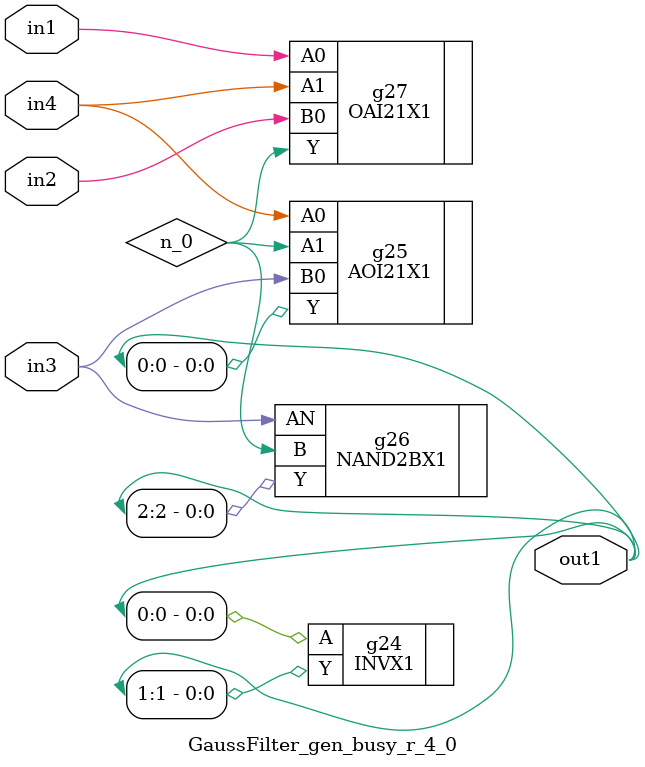
<source format=v>
`timescale 1ps / 1ps


module GaussFilter_gen_busy_r_4_0(in1, in2, in3, in4, out1);
  input in1, in2, in3, in4;
  output [2:0] out1;
  wire in1, in2, in3, in4;
  wire [2:0] out1;
  wire n_0;
  INVX1 g24(.A (out1[0]), .Y (out1[1]));
  AOI21X1 g25(.A0 (in4), .A1 (n_0), .B0 (in3), .Y (out1[0]));
  NAND2BX1 g26(.AN (in3), .B (n_0), .Y (out1[2]));
  OAI21X1 g27(.A0 (in1), .A1 (in4), .B0 (in2), .Y (n_0));
endmodule



</source>
